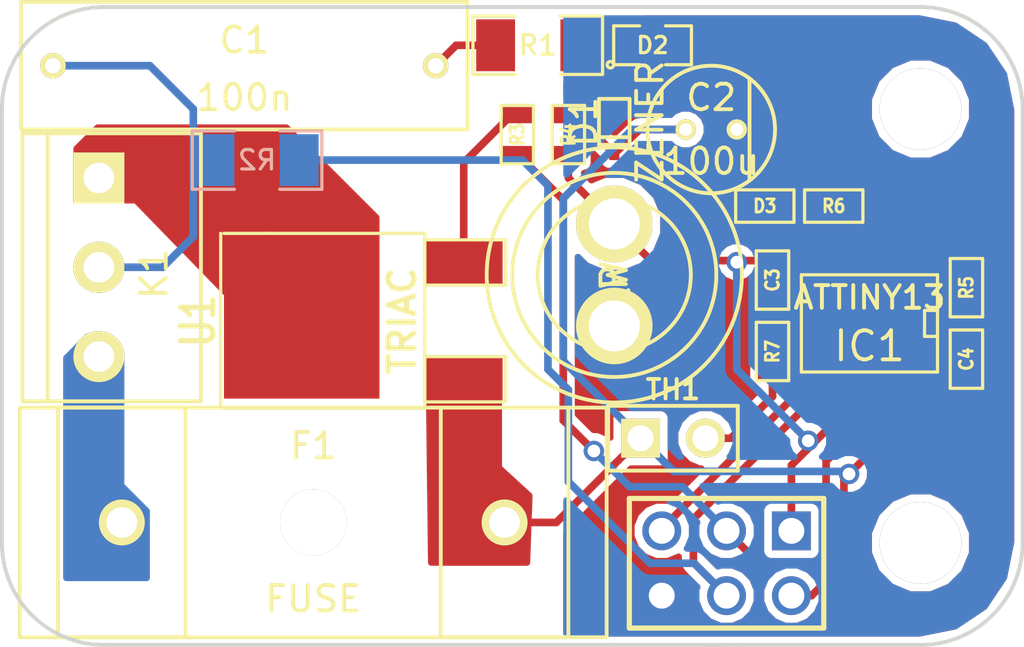
<source format=kicad_pcb>
(kicad_pcb (version 3) (host pcbnew "(2012-nov-02)-testing")

  (general
    (links 39)
    (no_connects 0)
    (area 32.924999 36.424999 75.486111 63.5196)
    (thickness 1.6)
    (drawings 8)
    (tracks 110)
    (zones 0)
    (modules 23)
    (nets 16)
  )

  (page A3)
  (layers
    (15 F.Cu signal)
    (0 B.Cu signal)
    (16 B.Adhes user)
    (17 F.Adhes user)
    (18 B.Paste user)
    (19 F.Paste user)
    (20 B.SilkS user)
    (21 F.SilkS user)
    (22 B.Mask user)
    (23 F.Mask user)
    (24 Dwgs.User user)
    (25 Cmts.User user)
    (26 Eco1.User user)
    (27 Eco2.User user)
    (28 Edge.Cuts user)
  )

  (setup
    (last_trace_width 0.3)
    (user_trace_width 1)
    (user_trace_width 3)
    (trace_clearance 0.3)
    (zone_clearance 0.25)
    (zone_45_only no)
    (trace_min 0.2)
    (segment_width 0.2)
    (edge_width 0.15)
    (via_size 0.8)
    (via_drill 0.5)
    (via_min_size 0.4)
    (via_min_drill 0.3)
    (uvia_size 0.508)
    (uvia_drill 0.127)
    (uvias_allowed no)
    (uvia_min_size 0.508)
    (uvia_min_drill 0.127)
    (pcb_text_width 0.3)
    (pcb_text_size 1 1)
    (mod_edge_width 0.15)
    (mod_text_size 1 1)
    (mod_text_width 0.15)
    (pad_size 1 1)
    (pad_drill 0.6)
    (pad_to_mask_clearance 0)
    (aux_axis_origin 33 62)
    (visible_elements 7FFFFFCF)
    (pcbplotparams
      (layerselection 268468225)
      (usegerberextensions true)
      (excludeedgelayer true)
      (linewidth 152400)
      (plotframeref false)
      (viasonmask false)
      (mode 1)
      (useauxorigin true)
      (hpglpennumber 1)
      (hpglpenspeed 20)
      (hpglpendiameter 15)
      (hpglpenoverlay 2)
      (psnegative false)
      (psa4output false)
      (plotreference true)
      (plotvalue true)
      (plotothertext true)
      (plotinvisibletext false)
      (padsonsilk false)
      (subtractmaskfromsilk false)
      (outputformat 1)
      (mirror false)
      (drillshape 0)
      (scaleselection 1)
      (outputdirectory gerb/))
  )

  (net 0 "")
  (net 1 /LED)
  (net 2 /SENSE)
  (net 3 /SW)
  (net 4 /THERM)
  (net 5 /TRIAC)
  (net 6 GND)
  (net 7 N-0000012)
  (net 8 N-0000013)
  (net 9 N-0000014)
  (net 10 N-0000015)
  (net 11 N-000002)
  (net 12 N-000003)
  (net 13 N-000007)
  (net 14 N-000008)
  (net 15 VCC)

  (net_class Default "This is the default net class."
    (clearance 0.3)
    (trace_width 0.3)
    (via_dia 0.8)
    (via_drill 0.5)
    (uvia_dia 0.508)
    (uvia_drill 0.127)
    (add_net "")
    (add_net /LED)
    (add_net /SENSE)
    (add_net /SW)
    (add_net /THERM)
    (add_net /TRIAC)
    (add_net GND)
    (add_net N-0000012)
    (add_net N-0000013)
    (add_net N-0000014)
    (add_net N-0000015)
    (add_net N-000002)
    (add_net N-000003)
    (add_net N-000007)
    (add_net N-000008)
    (add_net VCC)
  )

  (module SOD323 (layer F.Cu) (tedit 51222032) (tstamp 51222593)
    (at 57 41.5 90)
    (path /512222E2)
    (fp_text reference D1 (at 0 -1.2 90) (layer F.SilkS)
      (effects (font (size 1 1) (thickness 0.15)))
    )
    (fp_text value ZENER (at 0 1.4 90) (layer F.SilkS)
      (effects (font (size 1 1) (thickness 0.15)))
    )
    (fp_line (start -0.6 -0.6) (end -0.6 0.6) (layer F.SilkS) (width 0.15))
    (fp_line (start -0.9 -0.6) (end 0.9 -0.6) (layer F.SilkS) (width 0.15))
    (fp_line (start 0.9 -0.6) (end 0.9 0.6) (layer F.SilkS) (width 0.15))
    (fp_line (start 0.9 0.6) (end -0.9 0.6) (layer F.SilkS) (width 0.15))
    (fp_line (start -0.9 0.6) (end -0.9 -0.6) (layer F.SilkS) (width 0.15))
    (pad 1 smd rect (at -1.25 0 90) (size 0.5 0.4)
      (layers F.Cu F.Paste F.Mask)
      (net 15 VCC)
    )
    (pad 2 smd rect (at 1.25 0 90) (size 0.5 0.4)
      (layers F.Cu F.Paste F.Mask)
      (net 11 N-000002)
    )
  )

  (module FUSE_HOLDER_20x5mm (layer F.Cu) (tedit 5122253E) (tstamp 512225A5)
    (at 45.2 57.2)
    (tags 1271673)
    (path /5121F188)
    (fp_text reference F1 (at 0 -3) (layer F.SilkS)
      (effects (font (size 1 1) (thickness 0.15)))
    )
    (fp_text value FUSE (at 0 3) (layer F.SilkS)
      (effects (font (size 1 1) (thickness 0.15)))
    )
    (fp_line (start 10 -4.5) (end 10 4.5) (layer F.SilkS) (width 0.15))
    (fp_line (start 10 4.5) (end 5 4.5) (layer F.SilkS) (width 0.15))
    (fp_line (start 5 4.5) (end 5 -4.5) (layer F.SilkS) (width 0.15))
    (fp_line (start -10 -4.5) (end -5 -4.5) (layer F.SilkS) (width 0.15))
    (fp_line (start -5 -4.5) (end -5 4.5) (layer F.SilkS) (width 0.15))
    (fp_line (start -5 4.5) (end -10 4.5) (layer F.SilkS) (width 0.15))
    (fp_line (start -10 4.5) (end -10 -4.5) (layer F.SilkS) (width 0.15))
    (fp_line (start -11.5 -4.5) (end 11.5 -4.5) (layer F.SilkS) (width 0.15))
    (fp_line (start 11.5 -4.5) (end 11.5 4.5) (layer F.SilkS) (width 0.15))
    (fp_line (start 11.5 4.5) (end -11.5 4.5) (layer F.SilkS) (width 0.15))
    (fp_line (start -11.5 4.5) (end -11.5 -4.5) (layer F.SilkS) (width 0.15))
    (pad 1 thru_hole circle (at -7.5 0) (size 1.8 1.8) (drill 1.199999)
      (layers *.Cu *.Mask F.SilkS)
      (net 8 N-0000013)
    )
    (pad 2 thru_hole circle (at 7.5 0) (size 1.8 1.8) (drill 1.199999)
      (layers *.Cu *.Mask F.SilkS)
      (net 15 VCC)
    )
    (pad "" thru_hole circle (at 0 0) (size 2.6 2.6) (drill 2.6)
      (layers *.Cu *.Mask F.SilkS)
    )
  )

  (module DPAK (layer F.Cu) (tedit 451BAACE) (tstamp 512225B7)
    (at 51.1 49.3 90)
    (descr "MOS boitier DPACK G-D-S")
    (tags "CMD DPACK")
    (path /5121F026)
    (attr smd)
    (fp_text reference U1 (at 0 -10.414 90) (layer F.SilkS)
      (effects (font (size 1.27 1.016) (thickness 0.2032)))
    )
    (fp_text value TRIAC (at 0 -2.413 90) (layer F.SilkS)
      (effects (font (size 1.016 1.016) (thickness 0.2032)))
    )
    (fp_line (start 1.397 -1.524) (end 1.397 1.651) (layer F.SilkS) (width 0.127))
    (fp_line (start 1.397 1.651) (end 3.175 1.651) (layer F.SilkS) (width 0.127))
    (fp_line (start 3.175 1.651) (end 3.175 -1.524) (layer F.SilkS) (width 0.127))
    (fp_line (start -3.175 -1.524) (end -3.175 1.651) (layer F.SilkS) (width 0.127))
    (fp_line (start -3.175 1.651) (end -1.397 1.651) (layer F.SilkS) (width 0.127))
    (fp_line (start -1.397 1.651) (end -1.397 -1.524) (layer F.SilkS) (width 0.127))
    (fp_line (start 3.429 -7.62) (end 3.429 -1.524) (layer F.SilkS) (width 0.127))
    (fp_line (start 3.429 -1.524) (end -3.429 -1.524) (layer F.SilkS) (width 0.127))
    (fp_line (start -3.429 -1.524) (end -3.429 -9.398) (layer F.SilkS) (width 0.127))
    (fp_line (start -3.429 -9.525) (end 3.429 -9.525) (layer F.SilkS) (width 0.127))
    (fp_line (start 3.429 -9.398) (end 3.429 -7.62) (layer F.SilkS) (width 0.127))
    (pad 1 smd rect (at -2.286 0 90) (size 1.651 3.048)
      (layers F.Cu F.Paste F.Mask)
      (net 15 VCC)
    )
    (pad 2 smd rect (at 0 -6.35 90) (size 6.096 6.096)
      (layers F.Cu F.Paste F.Mask)
      (net 7 N-0000012)
    )
    (pad 3 smd rect (at 2.286 0 90) (size 1.651 3.048)
      (layers F.Cu F.Paste F.Mask)
      (net 14 N-000008)
    )
    (model smd/dpack_2.wrl
      (at (xyz 0 0 0))
      (scale (xyz 1 1 1))
      (rotate (xyz 0 0 0))
    )
  )

  (module CP_5mm (layer F.Cu) (tedit 51221DEF) (tstamp 512225BF)
    (at 60.8 41.8)
    (path /5121F489)
    (fp_text reference C2 (at 0 -1.25) (layer F.SilkS)
      (effects (font (size 1 1) (thickness 0.15)))
    )
    (fp_text value 100u (at 0 1.25) (layer F.SilkS)
      (effects (font (size 1 1) (thickness 0.15)))
    )
    (fp_line (start 1.5 -2) (end 1.5 2) (layer F.SilkS) (width 0.15))
    (fp_circle (center 0 0) (end 2.5 0) (layer F.SilkS) (width 0.15))
    (pad 1 thru_hole circle (at -1 0) (size 0.8 0.8) (drill 0.5)
      (layers *.Cu *.Mask F.SilkS)
      (net 15 VCC)
    )
    (pad 2 thru_hole circle (at 1 0) (size 0.8 0.8) (drill 0.5)
      (layers *.Cu *.Mask F.SilkS)
      (net 6 GND)
    )
  )

  (module conn_3x2 (layer F.Cu) (tedit 50EC97C7) (tstamp 512225CD)
    (at 61.4 58.8 180)
    (descr "Double rangee de contacts 2 x 4 pins")
    (tags CONN)
    (path /5121F296)
    (fp_text reference P1 (at 0 -3.81 180) (layer F.SilkS)
      (effects (font (size 1.016 1.016) (thickness 0.2032)))
    )
    (fp_text value CONN_3X2 (at 0 3.81 180) (layer F.SilkS) hide
      (effects (font (size 1.016 1.016) (thickness 0.2032)))
    )
    (fp_line (start 3.81 2.54) (end -3.81 2.54) (layer F.SilkS) (width 0.2032))
    (fp_line (start -3.81 -2.54) (end 3.81 -2.54) (layer F.SilkS) (width 0.2032))
    (fp_line (start 3.81 -2.54) (end 3.81 2.54) (layer F.SilkS) (width 0.2032))
    (fp_line (start -3.81 2.54) (end -3.81 -2.54) (layer F.SilkS) (width 0.2032))
    (pad 1 thru_hole rect (at -2.54 1.27 180) (size 1.524 1.524) (drill 1.016)
      (layers *.Cu *.Mask)
      (net 3 /SW)
    )
    (pad 2 thru_hole circle (at -2.54 -1.27 180) (size 1.524 1.524) (drill 1.016)
      (layers *.Cu *.Mask)
      (net 15 VCC)
    )
    (pad 3 thru_hole circle (at 0 1.27 180) (size 1.524 1.524) (drill 1.016)
      (layers *.Cu *.Mask)
      (net 5 /TRIAC)
    )
    (pad 4 thru_hole circle (at 0 -1.27 180) (size 1.524 1.524) (drill 1.016)
      (layers *.Cu *.Mask)
      (net 2 /SENSE)
    )
    (pad 5 thru_hole circle (at 2.54 1.27 180) (size 1.524 1.524) (drill 1.016)
      (layers *.Cu *.Mask)
      (net 10 N-0000015)
    )
    (pad 6 thru_hole circle (at 2.54 -1.27 180) (size 1.524 1.524) (drill 1.016)
      (layers *.Cu *.Mask)
      (net 6 GND)
    )
    (model pin_array/pins_array_3x2.wrl
      (at (xyz 0 0 0))
      (scale (xyz 1 1 1))
      (rotate (xyz 0 0 0))
    )
  )

  (module conn_3_3.5mm_screw (layer F.Cu) (tedit 5122124E) (tstamp 512225D9)
    (at 36.8 47.2 270)
    (descr "Connecteur 3 pins")
    (tags "CONN DEV")
    (path /5121F16C)
    (fp_text reference K1 (at 0.254 -2.159 270) (layer F.SilkS)
      (effects (font (size 1.016 1.016) (thickness 0.1524)))
    )
    (fp_text value CONN_3 (at 0 -2.159 270) (layer F.SilkS) hide
      (effects (font (size 1.016 1.016) (thickness 0.1524)))
    )
    (fp_line (start 5.25 2) (end -5.25 2) (layer F.SilkS) (width 0.15))
    (fp_line (start -5.25 -4) (end 5.25 -4) (layer F.SilkS) (width 0.15))
    (fp_line (start 5.25 -4) (end 5.25 3) (layer F.SilkS) (width 0.15))
    (fp_line (start 5.25 3) (end -5.25 3) (layer F.SilkS) (width 0.15))
    (fp_line (start -5.25 3) (end -5.25 -4) (layer F.SilkS) (width 0.15))
    (pad 1 thru_hole rect (at -3.5 0 270) (size 2 2) (drill 1.199999)
      (layers *.Cu *.Mask F.SilkS)
      (net 7 N-0000012)
    )
    (pad 2 thru_hole circle (at 0 0 270) (size 2 2) (drill 1.199999)
      (layers *.Cu *.Mask F.SilkS)
      (net 13 N-000007)
    )
    (pad 3 thru_hole circle (at 3.5 0 270) (size 2 2) (drill 1.199999)
      (layers *.Cu *.Mask F.SilkS)
      (net 8 N-0000013)
    )
    (model pin_array/pins_array_3x1.wrl
      (at (xyz 0 0 0))
      (scale (xyz 1 1 1))
      (rotate (xyz 0 0 0))
    )
  )

  (module conn_2 (layer F.Cu) (tedit 4565C520) (tstamp 512225E3)
    (at 59.3 53.9)
    (descr "Connecteurs 2 pins")
    (tags "CONN DEV")
    (path /5121F3DD)
    (fp_text reference TH1 (at 0 -1.905) (layer F.SilkS)
      (effects (font (size 0.762 0.762) (thickness 0.1524)))
    )
    (fp_text value THERMISTOR (at 0 -1.905) (layer F.SilkS) hide
      (effects (font (size 0.762 0.762) (thickness 0.1524)))
    )
    (fp_line (start -2.54 1.27) (end -2.54 -1.27) (layer F.SilkS) (width 0.1524))
    (fp_line (start -2.54 -1.27) (end 2.54 -1.27) (layer F.SilkS) (width 0.1524))
    (fp_line (start 2.54 -1.27) (end 2.54 1.27) (layer F.SilkS) (width 0.1524))
    (fp_line (start 2.54 1.27) (end -2.54 1.27) (layer F.SilkS) (width 0.1524))
    (pad 1 thru_hole rect (at -1.27 0) (size 1.524 1.524) (drill 1.016)
      (layers *.Cu *.Mask F.SilkS)
      (net 15 VCC)
    )
    (pad 2 thru_hole circle (at 1.27 0) (size 1.524 1.524) (drill 1.016)
      (layers *.Cu *.Mask F.SilkS)
      (net 4 /THERM)
    )
    (model pin_array/pins_array_2x1.wrl
      (at (xyz 0 0 0))
      (scale (xyz 1 1 1))
      (rotate (xyz 0 0 0))
    )
  )

  (module 1206 (layer F.Cu) (tedit 42806E24) (tstamp 512225F9)
    (at 54 38.5)
    (path /5121F449)
    (attr smd)
    (fp_text reference R1 (at 0 0) (layer F.SilkS)
      (effects (font (size 0.762 0.762) (thickness 0.127)))
    )
    (fp_text value 47 (at 0 0) (layer F.SilkS) hide
      (effects (font (size 0.762 0.762) (thickness 0.127)))
    )
    (fp_line (start -2.54 -1.143) (end -2.54 1.143) (layer F.SilkS) (width 0.127))
    (fp_line (start -2.54 1.143) (end -0.889 1.143) (layer F.SilkS) (width 0.127))
    (fp_line (start 0.889 -1.143) (end 2.54 -1.143) (layer F.SilkS) (width 0.127))
    (fp_line (start 2.54 -1.143) (end 2.54 1.143) (layer F.SilkS) (width 0.127))
    (fp_line (start 2.54 1.143) (end 0.889 1.143) (layer F.SilkS) (width 0.127))
    (fp_line (start -0.889 -1.143) (end -2.54 -1.143) (layer F.SilkS) (width 0.127))
    (pad 1 smd rect (at -1.651 0) (size 1.524 2.032)
      (layers F.Cu F.Paste F.Mask)
      (net 12 N-000003)
    )
    (pad 2 smd rect (at 1.651 0) (size 1.524 2.032)
      (layers F.Cu F.Paste F.Mask)
      (net 11 N-000002)
    )
    (model smd/chip_cms.wrl
      (at (xyz 0 0 0))
      (scale (xyz 0.17 0.16 0.16))
      (rotate (xyz 0 0 0))
    )
  )

  (module 0603 (layer F.Cu) (tedit 4E43A3D1) (tstamp 5122261F)
    (at 53.2 42 270)
    (path /5121F287)
    (attr smd)
    (fp_text reference R3 (at 0 0 270) (layer F.SilkS)
      (effects (font (size 0.508 0.4572) (thickness 0.1143)))
    )
    (fp_text value 47 (at 0 0 270) (layer F.SilkS) hide
      (effects (font (size 0.508 0.4572) (thickness 0.1143)))
    )
    (fp_line (start -1.143 -0.635) (end 1.143 -0.635) (layer F.SilkS) (width 0.127))
    (fp_line (start 1.143 -0.635) (end 1.143 0.635) (layer F.SilkS) (width 0.127))
    (fp_line (start 1.143 0.635) (end -1.143 0.635) (layer F.SilkS) (width 0.127))
    (fp_line (start -1.143 0.635) (end -1.143 -0.635) (layer F.SilkS) (width 0.127))
    (pad 1 smd rect (at -0.762 0 270) (size 0.635 1.143)
      (layers F.Cu F.Paste F.Mask)
      (net 14 N-000008)
    )
    (pad 2 smd rect (at 0.762 0 270) (size 0.635 1.143)
      (layers F.Cu F.Paste F.Mask)
      (net 5 /TRIAC)
    )
    (model smd\resistors\R0603.wrl
      (at (xyz 0 0 0.001))
      (scale (xyz 0.5 0.5 0.5))
      (rotate (xyz 0 0 0))
    )
  )

  (module 0603 (layer F.Cu) (tedit 4E43A3D1) (tstamp 51222629)
    (at 70.8 48 90)
    (path /5121F2E7)
    (attr smd)
    (fp_text reference R5 (at 0 0 90) (layer F.SilkS)
      (effects (font (size 0.508 0.4572) (thickness 0.1143)))
    )
    (fp_text value 100k (at 0 0 90) (layer F.SilkS) hide
      (effects (font (size 0.508 0.4572) (thickness 0.1143)))
    )
    (fp_line (start -1.143 -0.635) (end 1.143 -0.635) (layer F.SilkS) (width 0.127))
    (fp_line (start 1.143 -0.635) (end 1.143 0.635) (layer F.SilkS) (width 0.127))
    (fp_line (start 1.143 0.635) (end -1.143 0.635) (layer F.SilkS) (width 0.127))
    (fp_line (start -1.143 0.635) (end -1.143 -0.635) (layer F.SilkS) (width 0.127))
    (pad 1 smd rect (at -0.762 0 90) (size 0.635 1.143)
      (layers F.Cu F.Paste F.Mask)
      (net 15 VCC)
    )
    (pad 2 smd rect (at 0.762 0 90) (size 0.635 1.143)
      (layers F.Cu F.Paste F.Mask)
      (net 10 N-0000015)
    )
    (model smd\resistors\R0603.wrl
      (at (xyz 0 0 0.001))
      (scale (xyz 0.5 0.5 0.5))
      (rotate (xyz 0 0 0))
    )
  )

  (module 0603 (layer F.Cu) (tedit 4E43A3D1) (tstamp 51222633)
    (at 65.6 44.8 180)
    (path /5121F322)
    (attr smd)
    (fp_text reference R6 (at 0 0 180) (layer F.SilkS)
      (effects (font (size 0.508 0.4572) (thickness 0.1143)))
    )
    (fp_text value 1k (at 0 0 180) (layer F.SilkS) hide
      (effects (font (size 0.508 0.4572) (thickness 0.1143)))
    )
    (fp_line (start -1.143 -0.635) (end 1.143 -0.635) (layer F.SilkS) (width 0.127))
    (fp_line (start 1.143 -0.635) (end 1.143 0.635) (layer F.SilkS) (width 0.127))
    (fp_line (start 1.143 0.635) (end -1.143 0.635) (layer F.SilkS) (width 0.127))
    (fp_line (start -1.143 0.635) (end -1.143 -0.635) (layer F.SilkS) (width 0.127))
    (pad 1 smd rect (at -0.762 0 180) (size 0.635 1.143)
      (layers F.Cu F.Paste F.Mask)
      (net 1 /LED)
    )
    (pad 2 smd rect (at 0.762 0 180) (size 0.635 1.143)
      (layers F.Cu F.Paste F.Mask)
      (net 9 N-0000014)
    )
    (model smd\resistors\R0603.wrl
      (at (xyz 0 0 0.001))
      (scale (xyz 0.5 0.5 0.5))
      (rotate (xyz 0 0 0))
    )
  )

  (module 0603 (layer F.Cu) (tedit 4E43A3D1) (tstamp 5122263D)
    (at 70.8 50.8 90)
    (path /5121F20A)
    (attr smd)
    (fp_text reference C4 (at 0 0 90) (layer F.SilkS)
      (effects (font (size 0.508 0.4572) (thickness 0.1143)))
    )
    (fp_text value 100n (at 0 0 90) (layer F.SilkS) hide
      (effects (font (size 0.508 0.4572) (thickness 0.1143)))
    )
    (fp_line (start -1.143 -0.635) (end 1.143 -0.635) (layer F.SilkS) (width 0.127))
    (fp_line (start 1.143 -0.635) (end 1.143 0.635) (layer F.SilkS) (width 0.127))
    (fp_line (start 1.143 0.635) (end -1.143 0.635) (layer F.SilkS) (width 0.127))
    (fp_line (start -1.143 0.635) (end -1.143 -0.635) (layer F.SilkS) (width 0.127))
    (pad 1 smd rect (at -0.762 0 90) (size 0.635 1.143)
      (layers F.Cu F.Paste F.Mask)
      (net 15 VCC)
    )
    (pad 2 smd rect (at 0.762 0 90) (size 0.635 1.143)
      (layers F.Cu F.Paste F.Mask)
      (net 6 GND)
    )
    (model smd\resistors\R0603.wrl
      (at (xyz 0 0 0.001))
      (scale (xyz 0.5 0.5 0.5))
      (rotate (xyz 0 0 0))
    )
  )

  (module 0603 (layer F.Cu) (tedit 4E43A3D1) (tstamp 51222647)
    (at 63.2 47.7 270)
    (path /5121F36D)
    (attr smd)
    (fp_text reference C3 (at 0 0 270) (layer F.SilkS)
      (effects (font (size 0.508 0.4572) (thickness 0.1143)))
    )
    (fp_text value C (at 0 0 270) (layer F.SilkS) hide
      (effects (font (size 0.508 0.4572) (thickness 0.1143)))
    )
    (fp_line (start -1.143 -0.635) (end 1.143 -0.635) (layer F.SilkS) (width 0.127))
    (fp_line (start 1.143 -0.635) (end 1.143 0.635) (layer F.SilkS) (width 0.127))
    (fp_line (start 1.143 0.635) (end -1.143 0.635) (layer F.SilkS) (width 0.127))
    (fp_line (start -1.143 0.635) (end -1.143 -0.635) (layer F.SilkS) (width 0.127))
    (pad 1 smd rect (at -0.762 0 270) (size 0.635 1.143)
      (layers F.Cu F.Paste F.Mask)
      (net 3 /SW)
    )
    (pad 2 smd rect (at 0.762 0 270) (size 0.635 1.143)
      (layers F.Cu F.Paste F.Mask)
      (net 6 GND)
    )
    (model smd\resistors\R0603.wrl
      (at (xyz 0 0 0.001))
      (scale (xyz 0.5 0.5 0.5))
      (rotate (xyz 0 0 0))
    )
  )

  (module 0603 (layer F.Cu) (tedit 4E43A3D1) (tstamp 51222651)
    (at 55.2 42 270)
    (path /51220808)
    (attr smd)
    (fp_text reference R4 (at 0 0 270) (layer F.SilkS)
      (effects (font (size 0.508 0.4572) (thickness 0.1143)))
    )
    (fp_text value 100k (at 0 0 270) (layer F.SilkS) hide
      (effects (font (size 0.508 0.4572) (thickness 0.1143)))
    )
    (fp_line (start -1.143 -0.635) (end 1.143 -0.635) (layer F.SilkS) (width 0.127))
    (fp_line (start 1.143 -0.635) (end 1.143 0.635) (layer F.SilkS) (width 0.127))
    (fp_line (start 1.143 0.635) (end -1.143 0.635) (layer F.SilkS) (width 0.127))
    (fp_line (start -1.143 0.635) (end -1.143 -0.635) (layer F.SilkS) (width 0.127))
    (pad 1 smd rect (at -0.762 0 270) (size 0.635 1.143)
      (layers F.Cu F.Paste F.Mask)
      (net 15 VCC)
    )
    (pad 2 smd rect (at 0.762 0 270) (size 0.635 1.143)
      (layers F.Cu F.Paste F.Mask)
      (net 3 /SW)
    )
    (model smd\resistors\R0603.wrl
      (at (xyz 0 0 0.001))
      (scale (xyz 0.5 0.5 0.5))
      (rotate (xyz 0 0 0))
    )
  )

  (module 0603 (layer F.Cu) (tedit 4E43A3D1) (tstamp 5122265B)
    (at 63.2 50.5 90)
    (path /5121F3FB)
    (attr smd)
    (fp_text reference R7 (at 0 0 90) (layer F.SilkS)
      (effects (font (size 0.508 0.4572) (thickness 0.1143)))
    )
    (fp_text value 100k (at 0 0 90) (layer F.SilkS) hide
      (effects (font (size 0.508 0.4572) (thickness 0.1143)))
    )
    (fp_line (start -1.143 -0.635) (end 1.143 -0.635) (layer F.SilkS) (width 0.127))
    (fp_line (start 1.143 -0.635) (end 1.143 0.635) (layer F.SilkS) (width 0.127))
    (fp_line (start 1.143 0.635) (end -1.143 0.635) (layer F.SilkS) (width 0.127))
    (fp_line (start -1.143 0.635) (end -1.143 -0.635) (layer F.SilkS) (width 0.127))
    (pad 1 smd rect (at -0.762 0 90) (size 0.635 1.143)
      (layers F.Cu F.Paste F.Mask)
      (net 4 /THERM)
    )
    (pad 2 smd rect (at 0.762 0 90) (size 0.635 1.143)
      (layers F.Cu F.Paste F.Mask)
      (net 6 GND)
    )
    (model smd\resistors\R0603.wrl
      (at (xyz 0 0 0.001))
      (scale (xyz 0.5 0.5 0.5))
      (rotate (xyz 0 0 0))
    )
  )

  (module SO8E (layer F.Cu) (tedit 4F33A5C7) (tstamp 51222679)
    (at 67 49.4 180)
    (descr "module CMS SOJ 8 pins etroit")
    (tags "CMS SOJ")
    (path /5121F1DD)
    (attr smd)
    (fp_text reference IC1 (at 0 -0.889 180) (layer F.SilkS)
      (effects (font (size 1.143 1.143) (thickness 0.1524)))
    )
    (fp_text value ATTINY13 (at 0 1.016 180) (layer F.SilkS)
      (effects (font (size 0.889 0.889) (thickness 0.1524)))
    )
    (fp_line (start -2.667 1.778) (end -2.667 1.905) (layer F.SilkS) (width 0.127))
    (fp_line (start -2.667 1.905) (end 2.667 1.905) (layer F.SilkS) (width 0.127))
    (fp_line (start 2.667 -1.905) (end -2.667 -1.905) (layer F.SilkS) (width 0.127))
    (fp_line (start -2.667 -1.905) (end -2.667 1.778) (layer F.SilkS) (width 0.127))
    (fp_line (start -2.667 -0.508) (end -2.159 -0.508) (layer F.SilkS) (width 0.127))
    (fp_line (start -2.159 -0.508) (end -2.159 0.508) (layer F.SilkS) (width 0.127))
    (fp_line (start -2.159 0.508) (end -2.667 0.508) (layer F.SilkS) (width 0.127))
    (fp_line (start 2.667 -1.905) (end 2.667 1.905) (layer F.SilkS) (width 0.127))
    (pad 8 smd rect (at -1.905 -2.667 180) (size 0.59944 1.39954)
      (layers F.Cu F.Paste F.Mask)
      (net 15 VCC)
    )
    (pad 1 smd rect (at -1.905 2.667 180) (size 0.59944 1.39954)
      (layers F.Cu F.Paste F.Mask)
      (net 10 N-0000015)
    )
    (pad 7 smd rect (at -0.635 -2.667 180) (size 0.59944 1.39954)
      (layers F.Cu F.Paste F.Mask)
      (net 5 /TRIAC)
    )
    (pad 6 smd rect (at 0.635 -2.667 180) (size 0.59944 1.39954)
      (layers F.Cu F.Paste F.Mask)
      (net 3 /SW)
    )
    (pad 5 smd rect (at 1.905 -2.667 180) (size 0.59944 1.39954)
      (layers F.Cu F.Paste F.Mask)
      (net 2 /SENSE)
    )
    (pad 2 smd rect (at -0.635 2.667 180) (size 0.59944 1.39954)
      (layers F.Cu F.Paste F.Mask)
      (net 4 /THERM)
    )
    (pad 3 smd rect (at 0.635 2.667 180) (size 0.59944 1.39954)
      (layers F.Cu F.Paste F.Mask)
      (net 1 /LED)
    )
    (pad 4 smd rect (at 1.905 2.667 180) (size 0.59944 1.39954)
      (layers F.Cu F.Paste F.Mask)
      (net 6 GND)
    )
    (model smd/cms_so8.wrl
      (at (xyz 0 0 0))
      (scale (xyz 0.5 0.32 0.5))
      (rotate (xyz 0 0 0))
    )
  )

  (module switch_R13 (layer F.Cu) (tedit 512225A8) (tstamp 5122284D)
    (at 57 47.5 270)
    (path /5121F35E)
    (fp_text reference SW1 (at 0 0 270) (layer F.SilkS)
      (effects (font (size 1 1) (thickness 0.15)))
    )
    (fp_text value SW_PUSH (at 0 0 270) (layer F.SilkS)
      (effects (font (size 1 1) (thickness 0.15)))
    )
    (fp_circle (center 0 0) (end 3 0) (layer F.SilkS) (width 0.15))
    (fp_circle (center 0 0) (end 4 0) (layer F.SilkS) (width 0.15))
    (fp_circle (center 0 0) (end 5 0) (layer F.SilkS) (width 0.15))
    (pad 1 thru_hole circle (at -2 0 270) (size 3 3) (drill 2)
      (layers *.Cu *.Mask F.SilkS)
      (net 3 /SW)
    )
    (pad 2 thru_hole circle (at 2 0 270) (size 3 3) (drill 2)
      (layers *.Cu *.Mask F.SilkS)
      (net 6 GND)
    )
  )

  (module 0603 (layer F.Cu) (tedit 4E43A3D1) (tstamp 51222615)
    (at 62.9 44.8 180)
    (path /5121F313)
    (attr smd)
    (fp_text reference D3 (at 0 0 180) (layer F.SilkS)
      (effects (font (size 0.508 0.4572) (thickness 0.1143)))
    )
    (fp_text value LED (at 0 0 180) (layer F.SilkS) hide
      (effects (font (size 0.508 0.4572) (thickness 0.1143)))
    )
    (fp_line (start -1.143 -0.635) (end 1.143 -0.635) (layer F.SilkS) (width 0.127))
    (fp_line (start 1.143 -0.635) (end 1.143 0.635) (layer F.SilkS) (width 0.127))
    (fp_line (start 1.143 0.635) (end -1.143 0.635) (layer F.SilkS) (width 0.127))
    (fp_line (start -1.143 0.635) (end -1.143 -0.635) (layer F.SilkS) (width 0.127))
    (pad 1 smd rect (at -0.762 0 180) (size 0.635 1.143)
      (layers F.Cu F.Paste F.Mask)
      (net 9 N-0000014)
    )
    (pad 2 smd rect (at 0.762 0 180) (size 0.635 1.143)
      (layers F.Cu F.Paste F.Mask)
      (net 6 GND)
    )
    (model smd\resistors\R0603.wrl
      (at (xyz 0 0 0.001))
      (scale (xyz 0.5 0.5 0.5))
      (rotate (xyz 0 0 0))
    )
  )

  (module C_5x17.5mm_15 (layer F.Cu) (tedit 51223151) (tstamp 512225ED)
    (at 42.5 39.3)
    (path /5121F45C)
    (fp_text reference C1 (at 0 -1) (layer F.SilkS)
      (effects (font (size 1 1) (thickness 0.15)))
    )
    (fp_text value 100n (at 0 1.25) (layer F.SilkS)
      (effects (font (size 1 1) (thickness 0.15)))
    )
    (fp_line (start -8.75 -2.5) (end 8.75 -2.5) (layer F.SilkS) (width 0.15))
    (fp_line (start 8.75 -2.5) (end 8.75 2.5) (layer F.SilkS) (width 0.15))
    (fp_line (start 8.75 2.5) (end -8.75 2.5) (layer F.SilkS) (width 0.15))
    (fp_line (start -8.75 2.5) (end -8.75 -2.5) (layer F.SilkS) (width 0.15))
    (pad 1 thru_hole circle (at -7.5 0) (size 1 1) (drill 0.599998)
      (layers *.Cu *.Mask F.SilkS)
      (net 13 N-000007)
    )
    (pad 2 thru_hole circle (at 7.5 0) (size 1 1) (drill 0.599998)
      (layers *.Cu *.Mask F.SilkS)
      (net 12 N-000003)
    )
  )

  (module 0805 (layer F.Cu) (tedit 42806E04) (tstamp 51222588)
    (at 58.5 38.5)
    (path /512222D3)
    (attr smd)
    (fp_text reference D2 (at 0 0) (layer F.SilkS)
      (effects (font (size 0.635 0.635) (thickness 0.127)))
    )
    (fp_text value DIODE (at 0 0) (layer F.SilkS) hide
      (effects (font (size 0.635 0.635) (thickness 0.127)))
    )
    (fp_circle (center -1.651 0.762) (end -1.651 0.635) (layer F.SilkS) (width 0.127))
    (fp_line (start -0.508 0.762) (end -1.524 0.762) (layer F.SilkS) (width 0.127))
    (fp_line (start -1.524 0.762) (end -1.524 -0.762) (layer F.SilkS) (width 0.127))
    (fp_line (start -1.524 -0.762) (end -0.508 -0.762) (layer F.SilkS) (width 0.127))
    (fp_line (start 0.508 -0.762) (end 1.524 -0.762) (layer F.SilkS) (width 0.127))
    (fp_line (start 1.524 -0.762) (end 1.524 0.762) (layer F.SilkS) (width 0.127))
    (fp_line (start 1.524 0.762) (end 0.508 0.762) (layer F.SilkS) (width 0.127))
    (pad 1 smd rect (at -0.9525 0) (size 0.889 1.397)
      (layers F.Cu F.Paste F.Mask)
      (net 11 N-000002)
    )
    (pad 2 smd rect (at 0.9525 0) (size 0.889 1.397)
      (layers F.Cu F.Paste F.Mask)
      (net 6 GND)
    )
    (model smd/chip_cms.wrl
      (at (xyz 0 0 0))
      (scale (xyz 0.1 0.1 0.1))
      (rotate (xyz 0 0 0))
    )
  )

  (module 1206 (layer B.Cu) (tedit 42806E24) (tstamp 51223826)
    (at 43 43)
    (path /51220646)
    (attr smd)
    (fp_text reference R2 (at 0 0) (layer B.SilkS)
      (effects (font (size 0.762 0.762) (thickness 0.127)) (justify mirror))
    )
    (fp_text value 1M (at 0 0) (layer B.SilkS) hide
      (effects (font (size 0.762 0.762) (thickness 0.127)) (justify mirror))
    )
    (fp_line (start -2.54 1.143) (end -2.54 -1.143) (layer B.SilkS) (width 0.127))
    (fp_line (start -2.54 -1.143) (end -0.889 -1.143) (layer B.SilkS) (width 0.127))
    (fp_line (start 0.889 1.143) (end 2.54 1.143) (layer B.SilkS) (width 0.127))
    (fp_line (start 2.54 1.143) (end 2.54 -1.143) (layer B.SilkS) (width 0.127))
    (fp_line (start 2.54 -1.143) (end 0.889 -1.143) (layer B.SilkS) (width 0.127))
    (fp_line (start -0.889 1.143) (end -2.54 1.143) (layer B.SilkS) (width 0.127))
    (pad 1 smd rect (at -1.651 0) (size 1.524 2.032)
      (layers B.Cu B.Paste B.Mask)
      (net 13 N-000007)
    )
    (pad 2 smd rect (at 1.651 0) (size 1.524 2.032)
      (layers B.Cu B.Paste B.Mask)
      (net 2 /SENSE)
    )
    (model smd/chip_cms.wrl
      (at (xyz 0 0 0))
      (scale (xyz 0.17 0.16 0.16))
      (rotate (xyz 0 0 0))
    )
  )

  (module drill_3.2mm (layer F.Cu) (tedit 50ECACE6) (tstamp 51223865)
    (at 69 41)
    (fp_text reference drill_3.2mm (at 0 -2.54) (layer F.SilkS) hide
      (effects (font (size 1 1) (thickness 0.15)))
    )
    (fp_text value VAL** (at 0 2.54) (layer F.SilkS) hide
      (effects (font (size 1 1) (thickness 0.15)))
    )
    (pad "" thru_hole circle (at 0 0) (size 3.2 3.2) (drill 3.2)
      (layers *.Cu)
    )
  )

  (module drill_3.2mm (layer F.Cu) (tedit 50ECACE6) (tstamp 5122386E)
    (at 69 58)
    (fp_text reference drill_3.2mm (at 0 -2.54) (layer F.SilkS) hide
      (effects (font (size 1 1) (thickness 0.15)))
    )
    (fp_text value VAL** (at 0 2.54) (layer F.SilkS) hide
      (effects (font (size 1 1) (thickness 0.15)))
    )
    (pad "" thru_hole circle (at 0 0) (size 3.2 3.2) (drill 3.2)
      (layers *.Cu)
    )
  )

  (gr_line (start 37 37) (end 69 37) (angle 90) (layer Edge.Cuts) (width 0.15))
  (gr_line (start 69 62) (end 37 62) (angle 90) (layer Edge.Cuts) (width 0.15))
  (gr_line (start 73 41) (end 73 58) (angle 90) (layer Edge.Cuts) (width 0.15))
  (gr_arc (start 69 41) (end 69 37) (angle 90) (layer Edge.Cuts) (width 0.15))
  (gr_arc (start 69 58) (end 73 58) (angle 90) (layer Edge.Cuts) (width 0.15))
  (gr_line (start 33 41) (end 33 58) (angle 90) (layer Edge.Cuts) (width 0.15))
  (gr_arc (start 37 58) (end 37 62) (angle 90) (layer Edge.Cuts) (width 0.15))
  (gr_arc (start 37 41) (end 33 41) (angle 90) (layer Edge.Cuts) (width 0.15))

  (segment (start 66.362 44.8) (end 66.362 45.838) (width 0.3) (layer F.Cu) (net 1))
  (segment (start 66.365 45.841) (end 66.365 46.733) (width 0.3) (layer F.Cu) (net 1) (tstamp 512239A0))
  (segment (start 66.362 45.838) (end 66.365 45.841) (width 0.3) (layer F.Cu) (net 1) (tstamp 5122399F))
  (segment (start 61.4 60.07) (end 60.13 58.8) (width 0.3) (layer B.Cu) (net 2))
  (segment (start 53.4 43) (end 44.651 43) (width 0.3) (layer B.Cu) (net 2) (tstamp 51223A5F))
  (segment (start 54.4 44) (end 53.4 43) (width 0.3) (layer B.Cu) (net 2) (tstamp 51223A5A))
  (segment (start 54.4 51.2) (end 54.4 44) (width 0.3) (layer B.Cu) (net 2) (tstamp 51223A54))
  (segment (start 55.2 52) (end 54.4 51.2) (width 0.3) (layer B.Cu) (net 2) (tstamp 51223A52))
  (segment (start 55.2 55.6) (end 55.2 52) (width 0.3) (layer B.Cu) (net 2) (tstamp 51223A4D))
  (segment (start 58.4 58.8) (end 55.2 55.6) (width 0.3) (layer B.Cu) (net 2) (tstamp 51223A4A))
  (segment (start 60.13 58.8) (end 58.4 58.8) (width 0.3) (layer B.Cu) (net 2) (tstamp 51223A46))
  (segment (start 61.4 60.07) (end 60.1 58.77) (width 0.3) (layer F.Cu) (net 2))
  (segment (start 60.1 57.062) (end 65.095 52.067) (width 0.3) (layer F.Cu) (net 2) (tstamp 512238A8))
  (segment (start 60.1 58.77) (end 60.1 57.062) (width 0.3) (layer F.Cu) (net 2) (tstamp 512238A6))
  (segment (start 64.6 54) (end 61.8 51.2) (width 0.3) (layer B.Cu) (net 3))
  (segment (start 64.55 54.05) (end 64.6 54) (width 0.3) (layer F.Cu) (net 3) (tstamp 51223A1F))
  (via (at 64.6 54) (size 0.8) (layers F.Cu B.Cu) (net 3))
  (segment (start 64.55 54.35) (end 64.55 54.05) (width 0.3) (layer F.Cu) (net 3))
  (via (at 61.8 47) (size 0.8) (layers F.Cu B.Cu) (net 3))
  (segment (start 61.8 51.2) (end 61.8 47) (width 0.3) (layer B.Cu) (net 3) (tstamp 51223B21))
  (segment (start 61.8 47) (end 61.8 46.938) (width 0.3) (layer F.Cu) (net 3) (tstamp 51223B2A))
  (segment (start 61.8 46.938) (end 61.8 47) (width 0.3) (layer F.Cu) (net 3) (tstamp 51223B2B))
  (segment (start 61.8 47) (end 61.8 46.938) (width 0.3) (layer F.Cu) (net 3) (tstamp 51223B2D))
  (segment (start 63.94 57.53) (end 63.94 54.96) (width 0.3) (layer F.Cu) (net 3))
  (segment (start 66.365 52.535) (end 66.365 52.067) (width 0.3) (layer F.Cu) (net 3) (tstamp 512238AF))
  (segment (start 63.94 54.96) (end 64.55 54.35) (width 0.3) (layer F.Cu) (net 3) (tstamp 512238AD))
  (segment (start 64.55 54.35) (end 66.365 52.535) (width 0.3) (layer F.Cu) (net 3) (tstamp 51223A1D))
  (segment (start 63.2 46.938) (end 61.8 46.938) (width 0.3) (layer F.Cu) (net 3))
  (segment (start 61.8 46.938) (end 58.438 46.938) (width 0.3) (layer F.Cu) (net 3) (tstamp 51223B2E))
  (segment (start 58.438 46.938) (end 57 45.5) (width 0.3) (layer F.Cu) (net 3) (tstamp 51223998))
  (segment (start 55.2 42.762) (end 55.2 43.7) (width 0.3) (layer F.Cu) (net 3))
  (segment (start 55.2 43.7) (end 57 45.5) (width 0.3) (layer F.Cu) (net 3) (tstamp 51223521))
  (segment (start 63.2 51.262) (end 63.2 52.26494) (width 0.3) (layer F.Cu) (net 4))
  (segment (start 61.56494 53.9) (end 60.57 53.9) (width 0.3) (layer F.Cu) (net 4) (tstamp 5122398F))
  (segment (start 63.2 52.26494) (end 61.56494 53.9) (width 0.3) (layer F.Cu) (net 4) (tstamp 5122398E))
  (segment (start 63.2 51.262) (end 63.238 51.262) (width 0.3) (layer F.Cu) (net 4))
  (segment (start 67.635 47.565) (end 67.635 46.733) (width 0.3) (layer F.Cu) (net 4) (tstamp 5122398B))
  (segment (start 66.5 48.7) (end 67.635 47.565) (width 0.3) (layer F.Cu) (net 4) (tstamp 5122398A))
  (segment (start 65.8 48.7) (end 66.5 48.7) (width 0.3) (layer F.Cu) (net 4) (tstamp 51223989))
  (segment (start 63.238 51.262) (end 65.8 48.7) (width 0.3) (layer F.Cu) (net 4) (tstamp 51223988))
  (segment (start 55 51.8) (end 55 53.2) (width 0.3) (layer F.Cu) (net 5))
  (segment (start 55 44.562) (end 55 51.8) (width 0.3) (layer F.Cu) (net 5) (tstamp 51254577))
  (segment (start 53.2 42.762) (end 55 44.562) (width 0.3) (layer F.Cu) (net 5) (status 400000))
  (segment (start 59.670002 55.800002) (end 61.4 57.53) (width 0.3) (layer B.Cu) (net 5) (tstamp 512545C1) (status 800000))
  (segment (start 57.600002 55.800002) (end 59.670002 55.800002) (width 0.3) (layer B.Cu) (net 5) (tstamp 512545B4))
  (segment (start 56.2 54.4) (end 57.600002 55.800002) (width 0.3) (layer B.Cu) (net 5) (tstamp 512545B3))
  (via (at 56.2 54.4) (size 0.8) (layers F.Cu B.Cu) (net 5))
  (segment (start 55 53.2) (end 56.2 54.4) (width 0.3) (layer F.Cu) (net 5) (tstamp 512545A6))
  (segment (start 61.4 57.53) (end 62.67 58.8) (width 0.3) (layer F.Cu) (net 5))
  (segment (start 67.635 52.465) (end 67.635 52.067) (width 0.3) (layer F.Cu) (net 5) (tstamp 512238B8))
  (segment (start 65.3 54.8) (end 67.635 52.465) (width 0.3) (layer F.Cu) (net 5) (tstamp 512238B6))
  (segment (start 65.3 58.5) (end 65.3 54.8) (width 0.3) (layer F.Cu) (net 5) (tstamp 512238B5))
  (segment (start 65 58.8) (end 65.3 58.5) (width 0.3) (layer F.Cu) (net 5) (tstamp 512238B4))
  (segment (start 62.67 58.8) (end 65 58.8) (width 0.3) (layer F.Cu) (net 5) (tstamp 512238B2))
  (segment (start 44.75 49.3) (end 39.15 43.7) (width 0.3) (layer F.Cu) (net 7))
  (segment (start 39.15 43.7) (end 36.8 43.7) (width 0.3) (layer F.Cu) (net 7) (tstamp 5122385D))
  (segment (start 63.662 44.8) (end 64.838 44.8) (width 0.3) (layer F.Cu) (net 9))
  (segment (start 70.8 47.238) (end 69.41 47.238) (width 0.3) (layer F.Cu) (net 10))
  (segment (start 69.41 47.238) (end 68.905 46.733) (width 0.3) (layer F.Cu) (net 10) (tstamp 51223949))
  (segment (start 58.86 57.53) (end 58.86 57.45347) (width 0.3) (layer F.Cu) (net 10))
  (segment (start 68.905 47.195) (end 68.905 46.733) (width 0.3) (layer F.Cu) (net 10) (tstamp 51223946))
  (segment (start 66.7 49.4) (end 68.905 47.195) (width 0.3) (layer F.Cu) (net 10) (tstamp 51223945))
  (segment (start 66 49.4) (end 66.7 49.4) (width 0.3) (layer F.Cu) (net 10) (tstamp 51223943))
  (segment (start 64.3 51.1) (end 66 49.4) (width 0.3) (layer F.Cu) (net 10) (tstamp 51223942))
  (segment (start 64.3 52.01347) (end 64.3 51.1) (width 0.3) (layer F.Cu) (net 10) (tstamp 51223941))
  (segment (start 58.86 57.45347) (end 64.3 52.01347) (width 0.3) (layer F.Cu) (net 10) (tstamp 51223940))
  (segment (start 57 40.25) (end 57 38.5) (width 0.3) (layer F.Cu) (net 11))
  (segment (start 57 38.5) (end 57 38.6) (width 0.3) (layer F.Cu) (net 11) (tstamp 51223513))
  (segment (start 57 38.6) (end 57 38.5) (width 0.3) (layer F.Cu) (net 11) (tstamp 51223515))
  (segment (start 55.651 38.5) (end 57 38.5) (width 0.3) (layer F.Cu) (net 11))
  (segment (start 57 38.5) (end 57.5475 38.5) (width 0.3) (layer F.Cu) (net 11) (tstamp 51223516))
  (segment (start 52.349 38.5) (end 50.8 38.5) (width 0.3) (layer F.Cu) (net 12))
  (segment (start 50.8 38.5) (end 50 39.3) (width 0.3) (layer F.Cu) (net 12) (tstamp 5122350E))
  (segment (start 41.238 43) (end 40.5 43) (width 0.3) (layer B.Cu) (net 13) (status 20))
  (segment (start 40.5 43) (end 40.6 43) (width 0.3) (layer B.Cu) (net 13) (tstamp 512237FD) (status 30))
  (segment (start 40.6 43) (end 40.5 43) (width 0.3) (layer B.Cu) (net 13) (tstamp 512237FF) (status 30))
  (segment (start 36.8 47.2) (end 39.3 47.2) (width 0.3) (layer B.Cu) (net 13))
  (segment (start 38.8 39.3) (end 35 39.3) (width 0.3) (layer B.Cu) (net 13) (tstamp 51223341))
  (segment (start 40.5 41) (end 38.8 39.3) (width 0.3) (layer B.Cu) (net 13) (tstamp 5122333F))
  (segment (start 40.5 46) (end 40.5 43) (width 0.3) (layer B.Cu) (net 13) (tstamp 5122333D) (status 20))
  (segment (start 40.5 43) (end 40.5 41) (width 0.3) (layer B.Cu) (net 13) (tstamp 51223800) (status 10))
  (segment (start 39.3 47.2) (end 40.5 46) (width 0.3) (layer B.Cu) (net 13) (tstamp 5122333B))
  (segment (start 51.1 47.014) (end 51.1 43.1) (width 0.3) (layer F.Cu) (net 14))
  (segment (start 52.962 41.238) (end 53.2 41.238) (width 0.3) (layer F.Cu) (net 14) (tstamp 5122350A))
  (segment (start 51.1 43.1) (end 52.962 41.238) (width 0.3) (layer F.Cu) (net 14) (tstamp 51223508))
  (segment (start 52.7 57.2) (end 54.73 57.2) (width 0.3) (layer F.Cu) (net 15) (status 400000))
  (segment (start 54.73 57.2) (end 58.03 53.9) (width 0.3) (layer F.Cu) (net 15) (tstamp 5125459F) (status 800000))
  (segment (start 58.03 53.9) (end 55.000002 50.870002) (width 0.3) (layer B.Cu) (net 15))
  (segment (start 57.7 41.8) (end 59.8 41.8) (width 0.3) (layer B.Cu) (net 15) (tstamp 5124D127))
  (segment (start 55.000002 44.499998) (end 57.7 41.8) (width 0.3) (layer B.Cu) (net 15) (tstamp 5124D11F))
  (segment (start 55.000002 50.870002) (end 55.000002 44.499998) (width 0.3) (layer B.Cu) (net 15) (tstamp 5124D116))
  (segment (start 58.03 53.9) (end 59.33 55.2) (width 0.3) (layer B.Cu) (net 15))
  (segment (start 59.33 55.2) (end 66.1 55.2) (width 0.3) (layer B.Cu) (net 15) (tstamp 51223954))
  (segment (start 66.1 55.2) (end 66.2 55.3) (width 0.3) (layer B.Cu) (net 15) (tstamp 51223956))
  (via (at 66.2 55.3) (size 0.8) (layers F.Cu B.Cu) (net 15))
  (segment (start 69.41 51.562) (end 68.905 52.067) (width 0.3) (layer F.Cu) (net 15) (tstamp 51223950))
  (segment (start 70.8 51.562) (end 69.41 51.562) (width 0.3) (layer F.Cu) (net 15))
  (segment (start 70.8 48.762) (end 69.738 48.762) (width 0.3) (layer F.Cu) (net 15))
  (segment (start 68.905 49.595) (end 68.905 52.067) (width 0.3) (layer F.Cu) (net 15) (tstamp 5122394D))
  (segment (start 69.738 48.762) (end 68.905 49.595) (width 0.3) (layer F.Cu) (net 15) (tstamp 5122394C))
  (segment (start 63.94 60.07) (end 64.73 60.07) (width 0.3) (layer F.Cu) (net 15))
  (segment (start 64.73 60.07) (end 66 58.8) (width 0.3) (layer F.Cu) (net 15) (tstamp 512238BB))
  (segment (start 66 58.8) (end 66 55.5) (width 0.3) (layer F.Cu) (net 15) (tstamp 512238BC))
  (segment (start 66 55.5) (end 66.2 55.3) (width 0.3) (layer F.Cu) (net 15) (tstamp 512238BE))
  (segment (start 68.905 52.595) (end 68.905 52.067) (width 0.3) (layer F.Cu) (net 15) (tstamp 512238C0))
  (segment (start 66.2 55.3) (end 68.905 52.595) (width 0.3) (layer F.Cu) (net 15) (tstamp 5122395A))
  (segment (start 59.8 41.8) (end 58 41.8) (width 0.3) (layer F.Cu) (net 15) (status 10))
  (segment (start 58 41.8) (end 57 42.75) (width 0.3) (layer F.Cu) (net 15) (tstamp 5122351D))
  (segment (start 55.2 41.238) (end 55.488 41.238) (width 0.3) (layer F.Cu) (net 15))
  (segment (start 55.488 41.238) (end 57 42.75) (width 0.3) (layer F.Cu) (net 15) (tstamp 51223519))

  (zone (net 8) (net_name N-0000013) (layer B.Cu) (tstamp 51222E39) (hatch edge 0.508)
    (connect_pads yes (clearance 0.25))
    (min_thickness 0.25)
    (fill (arc_segments 16) (thermal_gap 0.20066) (thermal_bridge_width 0.39878))
    (polygon
      (pts
        (xy 37.8 50.7) (xy 37.8 55.7) (xy 38.8 56.7) (xy 38.8 59.5) (xy 35.4 59.5)
        (xy 35.4 50.7) (xy 36.3 49.8) (xy 36.9 49.8)
      )
    )
    (filled_polygon
      (pts
        (xy 38.675 59.375) (xy 35.525 59.375) (xy 35.525 50.751777) (xy 36.351777 49.925) (xy 36.848223 49.925)
        (xy 37.675 50.751777) (xy 37.675 55.751777) (xy 38.675 56.751777) (xy 38.675 59.375)
      )
    )
  )
  (zone (net 7) (net_name N-0000012) (layer F.Cu) (tstamp 51222E64) (hatch edge 0.508)
    (connect_pads yes (clearance 0.25))
    (min_thickness 0.25)
    (fill (arc_segments 16) (thermal_gap 0.20066) (thermal_bridge_width 0.39878))
    (polygon
      (pts
        (xy 35.8 44.7) (xy 38.2 44.7) (xy 41.7 48.3) (xy 47.8 48.4) (xy 47.8 45.2)
        (xy 44.2 41.6) (xy 36.7 41.6) (xy 35.8 42.5)
      )
    )
    (filled_polygon
      (pts
        (xy 47.675 48.272934) (xy 41.75365 48.175863) (xy 38.252811 44.575) (xy 35.925 44.575) (xy 35.925 42.551777)
        (xy 36.751777 41.725) (xy 44.148223 41.725) (xy 47.675 45.251777) (xy 47.675 48.272934)
      )
    )
  )
  (zone (net 15) (net_name VCC) (layer F.Cu) (tstamp 51222E9C) (hatch edge 0.508)
    (connect_pads yes (clearance 0.25))
    (min_thickness 0.25)
    (fill (arc_segments 16) (thermal_gap 0.20066) (thermal_bridge_width 0.39878))
    (polygon
      (pts
        (xy 52.6 50.8) (xy 52.6 55) (xy 53.8 56.1) (xy 53.7 58.9) (xy 49.7 58.9)
        (xy 49.6 50.8)
      )
    )
    (filled_polygon
      (pts
        (xy 53.673021 56.153174) (xy 53.579385 58.775) (xy 49.823466 58.775) (xy 49.726553 50.925) (xy 52.475 50.925)
        (xy 52.475 55.054988) (xy 53.673021 56.153174)
      )
    )
  )
  (zone (net 6) (net_name GND) (layer F.Cu) (tstamp 51223992) (hatch edge 0.508)
    (connect_pads yes (clearance 0.25))
    (min_thickness 0.25)
    (fill (arc_segments 16) (thermal_gap 0.20066) (thermal_bridge_width 0.39878))
    (polygon
      (pts
        (xy 73 37) (xy 73 62) (xy 55 62) (xy 55 37)
      )
    )
    (filled_polygon
      (pts
        (xy 72.55 57.962431) (xy 72.271082 59.358273) (xy 71.796573 60.067086) (xy 71.796573 51.795333) (xy 71.796573 51.160333)
        (xy 71.732007 51.004071) (xy 71.612557 50.884413) (xy 71.456408 50.819574) (xy 71.287333 50.819427) (xy 70.144333 50.819427)
        (xy 69.988071 50.883993) (xy 69.884884 50.987) (xy 69.48 50.987) (xy 69.48 49.833172) (xy 69.930563 49.382608)
        (xy 69.987443 49.439587) (xy 70.143592 49.504426) (xy 70.312667 49.504573) (xy 71.455667 49.504573) (xy 71.611929 49.440007)
        (xy 71.731587 49.320557) (xy 71.796426 49.164408) (xy 71.796573 48.995333) (xy 71.796573 48.360333) (xy 71.732007 48.204071)
        (xy 71.612557 48.084413) (xy 71.456408 48.019574) (xy 71.287333 48.019427) (xy 70.144333 48.019427) (xy 69.988071 48.083993)
        (xy 69.884884 48.187) (xy 69.738 48.187) (xy 69.517957 48.230769) (xy 69.456058 48.272128) (xy 69.331413 48.355414)
        (xy 68.498414 49.188414) (xy 68.373769 49.374957) (xy 68.33 49.595) (xy 68.33 51.041513) (xy 68.269939 51.101469)
        (xy 68.175777 51.007143) (xy 68.019628 50.942304) (xy 67.850553 50.942157) (xy 67.251113 50.942157) (xy 67.094851 51.006723)
        (xy 66.999939 51.101469) (xy 66.905777 51.007143) (xy 66.749628 50.942304) (xy 66.580553 50.942157) (xy 65.981113 50.942157)
        (xy 65.824851 51.006723) (xy 65.729939 51.101469) (xy 65.635777 51.007143) (xy 65.479628 50.942304) (xy 65.310553 50.942157)
        (xy 65.271015 50.942157) (xy 66.238172 49.975) (xy 66.7 49.975) (xy 66.7 49.974999) (xy 66.920043 49.931231)
        (xy 67.106586 49.806586) (xy 69.055329 47.857843) (xy 69.288887 47.857843) (xy 69.401505 47.81131) (xy 69.409999 47.812999)
        (xy 69.41 47.813) (xy 69.885034 47.813) (xy 69.987443 47.915587) (xy 70.143592 47.980426) (xy 70.312667 47.980573)
        (xy 71.455667 47.980573) (xy 71.611929 47.916007) (xy 71.731587 47.796557) (xy 71.796426 47.640408) (xy 71.796573 47.471333)
        (xy 71.796573 46.836333) (xy 71.732007 46.680071) (xy 71.612557 46.560413) (xy 71.456408 46.495574) (xy 71.287333 46.495427)
        (xy 71.025351 46.495427) (xy 71.025351 40.59897) (xy 70.717712 39.854428) (xy 70.148568 39.28429) (xy 69.404565 38.975352)
        (xy 68.59897 38.974649) (xy 67.854428 39.282288) (xy 67.28429 39.851432) (xy 66.975352 40.595435) (xy 66.974649 41.40103)
        (xy 67.282288 42.145572) (xy 67.851432 42.71571) (xy 68.595435 43.024648) (xy 69.40103 43.025351) (xy 70.145572 42.717712)
        (xy 70.71571 42.148568) (xy 71.024648 41.404565) (xy 71.025351 40.59897) (xy 71.025351 46.495427) (xy 70.144333 46.495427)
        (xy 69.988071 46.559993) (xy 69.884884 46.663) (xy 69.648172 46.663) (xy 69.629793 46.64462) (xy 69.629793 45.949063)
        (xy 69.565227 45.792801) (xy 69.445777 45.673143) (xy 69.289628 45.608304) (xy 69.120553 45.608157) (xy 68.521113 45.608157)
        (xy 68.364851 45.672723) (xy 68.269939 45.767469) (xy 68.175777 45.673143) (xy 68.019628 45.608304) (xy 67.850553 45.608157)
        (xy 67.251113 45.608157) (xy 67.094851 45.672723) (xy 66.999939 45.767469) (xy 66.942272 45.709702) (xy 67.039587 45.612557)
        (xy 67.104426 45.456408) (xy 67.104573 45.287333) (xy 67.104573 44.144333) (xy 67.040007 43.988071) (xy 66.920557 43.868413)
        (xy 66.764408 43.803574) (xy 66.595333 43.803427) (xy 65.960333 43.803427) (xy 65.804071 43.867993) (xy 65.684413 43.987443)
        (xy 65.619574 44.143592) (xy 65.619427 44.312667) (xy 65.619427 45.455667) (xy 65.683993 45.611929) (xy 65.784696 45.712807)
        (xy 65.705193 45.792173) (xy 65.640354 45.948322) (xy 65.640207 46.117397) (xy 65.640207 47.516937) (xy 65.704773 47.673199)
        (xy 65.824223 47.792857) (xy 65.980372 47.857696) (xy 66.149447 47.857843) (xy 66.528984 47.857843) (xy 66.261827 48.125)
        (xy 65.8 48.125) (xy 65.580573 48.168646) (xy 65.580573 45.287333) (xy 65.580573 44.144333) (xy 65.516007 43.988071)
        (xy 65.396557 43.868413) (xy 65.240408 43.803574) (xy 65.071333 43.803427) (xy 64.436333 43.803427) (xy 64.280071 43.867993)
        (xy 64.250052 43.897959) (xy 64.220557 43.868413) (xy 64.064408 43.803574) (xy 63.895333 43.803427) (xy 63.260333 43.803427)
        (xy 63.104071 43.867993) (xy 62.984413 43.987443) (xy 62.919574 44.143592) (xy 62.919427 44.312667) (xy 62.919427 45.455667)
        (xy 62.983993 45.611929) (xy 63.103443 45.731587) (xy 63.259592 45.796426) (xy 63.428667 45.796573) (xy 64.063667 45.796573)
        (xy 64.219929 45.732007) (xy 64.249947 45.70204) (xy 64.279443 45.731587) (xy 64.435592 45.796426) (xy 64.604667 45.796573)
        (xy 65.239667 45.796573) (xy 65.395929 45.732007) (xy 65.515587 45.612557) (xy 65.580426 45.456408) (xy 65.580573 45.287333)
        (xy 65.580573 48.168646) (xy 65.579957 48.168769) (xy 65.393413 48.293414) (xy 63.1674 50.519427) (xy 62.544333 50.519427)
        (xy 62.388071 50.583993) (xy 62.268413 50.703443) (xy 62.203574 50.859592) (xy 62.203427 51.028667) (xy 62.203427 51.663667)
        (xy 62.267993 51.819929) (xy 62.387443 51.939587) (xy 62.543592 52.004426) (xy 62.625 52.004496) (xy 62.625 52.026768)
        (xy 61.50014 53.151627) (xy 61.243259 52.894298) (xy 60.807145 52.713207) (xy 60.334927 52.712795) (xy 59.898497 52.893124)
        (xy 59.564298 53.226741) (xy 59.383207 53.662855) (xy 59.382795 54.135073) (xy 59.563124 54.571503) (xy 59.896741 54.905702)
        (xy 60.332855 55.086793) (xy 60.413434 55.086863) (xy 59.139502 56.360795) (xy 59.097145 56.343207) (xy 58.624927 56.342795)
        (xy 58.188497 56.523124) (xy 57.854298 56.856741) (xy 57.673207 57.292855) (xy 57.672795 57.765073) (xy 57.853124 58.201503)
        (xy 58.186741 58.535702) (xy 58.622855 58.716793) (xy 59.095073 58.717205) (xy 59.525 58.539562) (xy 59.525 58.77)
        (xy 59.568769 58.990043) (xy 59.693414 59.176586) (xy 60.253249 59.736422) (xy 60.213207 59.832855) (xy 60.212795 60.305073)
        (xy 60.393124 60.741503) (xy 60.726741 61.075702) (xy 61.162855 61.256793) (xy 61.635073 61.257205) (xy 62.071503 61.076876)
        (xy 62.405702 60.743259) (xy 62.586793 60.307145) (xy 62.587205 59.834927) (xy 62.406876 59.398497) (xy 62.073259 59.064298)
        (xy 61.637145 58.883207) (xy 61.164927 58.882795) (xy 61.066596 58.923424) (xy 60.675 58.531827) (xy 60.675 58.48387)
        (xy 60.726741 58.535702) (xy 61.162855 58.716793) (xy 61.635073 58.717205) (xy 61.733403 58.676575) (xy 62.263413 59.206586)
        (xy 62.263414 59.206586) (xy 62.449957 59.331231) (xy 62.67 59.375) (xy 62.956076 59.375) (xy 62.934298 59.396741)
        (xy 62.753207 59.832855) (xy 62.752795 60.305073) (xy 62.933124 60.741503) (xy 63.266741 61.075702) (xy 63.702855 61.256793)
        (xy 64.175073 61.257205) (xy 64.611503 61.076876) (xy 64.945702 60.743259) (xy 65.025656 60.550707) (xy 65.136586 60.476586)
        (xy 66.406586 59.206587) (xy 66.406586 59.206586) (xy 66.531231 59.020043) (xy 66.574999 58.8) (xy 66.575 58.8)
        (xy 66.575 56.037704) (xy 66.666715 55.999809) (xy 66.898993 55.767935) (xy 67.024857 55.464823) (xy 67.02501 55.288161)
        (xy 69.121329 53.191843) (xy 69.288887 53.191843) (xy 69.445149 53.127277) (xy 69.564807 53.007827) (xy 69.629646 52.851678)
        (xy 69.629793 52.682603) (xy 69.629793 52.155379) (xy 69.648172 52.137) (xy 69.885034 52.137) (xy 69.987443 52.239587)
        (xy 70.143592 52.304426) (xy 70.312667 52.304573) (xy 71.455667 52.304573) (xy 71.611929 52.240007) (xy 71.731587 52.120557)
        (xy 71.796426 51.964408) (xy 71.796573 51.795333) (xy 71.796573 60.067086) (xy 71.506039 60.501081) (xy 71.025351 60.822873)
        (xy 71.025351 57.59897) (xy 70.717712 56.854428) (xy 70.148568 56.28429) (xy 69.404565 55.975352) (xy 68.59897 55.974649)
        (xy 67.854428 56.282288) (xy 67.28429 56.851432) (xy 66.975352 57.595435) (xy 66.974649 58.40103) (xy 67.282288 59.145572)
        (xy 67.851432 59.71571) (xy 68.595435 60.024648) (xy 69.40103 60.025351) (xy 70.145572 59.717712) (xy 70.71571 59.148568)
        (xy 71.024648 58.404565) (xy 71.025351 57.59897) (xy 71.025351 60.822873) (xy 70.35774 61.2698) (xy 68.955478 61.55)
        (xy 55.125 61.55) (xy 55.125 57.614327) (xy 55.136586 57.606586) (xy 57.656099 55.087073) (xy 58.876167 55.087073)
        (xy 59.032429 55.022507) (xy 59.152087 54.903057) (xy 59.216926 54.746908) (xy 59.217073 54.577833) (xy 59.217073 53.053833)
        (xy 59.152507 52.897571) (xy 59.033057 52.777913) (xy 58.876908 52.713074) (xy 58.707833 52.712927) (xy 57.183833 52.712927)
        (xy 57.027571 52.777493) (xy 56.907913 52.896943) (xy 56.843074 53.053092) (xy 56.842927 53.222167) (xy 56.842927 53.876303)
        (xy 56.667935 53.701007) (xy 56.364823 53.575143) (xy 56.188161 53.574989) (xy 55.575 52.961827) (xy 55.575 51.8)
        (xy 55.575 46.797249) (xy 55.908152 47.130983) (xy 56.615414 47.424664) (xy 57.381226 47.425332) (xy 57.898448 47.21162)
        (xy 58.031414 47.344586) (xy 58.217957 47.469231) (xy 58.438 47.513) (xy 61.146395 47.513) (xy 61.332065 47.698993)
        (xy 61.635177 47.824857) (xy 61.963383 47.825143) (xy 62.266715 47.699809) (xy 62.369295 47.597407) (xy 62.387443 47.615587)
        (xy 62.543592 47.680426) (xy 62.712667 47.680573) (xy 63.855667 47.680573) (xy 64.011929 47.616007) (xy 64.131587 47.496557)
        (xy 64.196426 47.340408) (xy 64.196573 47.171333) (xy 64.196573 46.536333) (xy 64.132007 46.380071) (xy 64.012557 46.260413)
        (xy 63.856408 46.195574) (xy 63.687333 46.195427) (xy 62.544333 46.195427) (xy 62.388071 46.259993) (xy 62.307391 46.340532)
        (xy 62.267935 46.301007) (xy 61.964823 46.175143) (xy 61.636617 46.174857) (xy 61.333285 46.300191) (xy 61.270366 46.363)
        (xy 58.726009 46.363) (xy 58.924664 45.884586) (xy 58.925332 45.118774) (xy 58.632886 44.411) (xy 58.091848 43.869017)
        (xy 57.384586 43.575336) (xy 56.618774 43.574668) (xy 56.101551 43.788379) (xy 55.817745 43.504573) (xy 55.855667 43.504573)
        (xy 56.011929 43.440007) (xy 56.131587 43.320557) (xy 56.196426 43.164408) (xy 56.196573 42.995333) (xy 56.196573 42.759745)
        (xy 56.374927 42.938099) (xy 56.374927 43.084167) (xy 56.439493 43.240429) (xy 56.558943 43.360087) (xy 56.715092 43.424926)
        (xy 56.884167 43.425073) (xy 57.284167 43.425073) (xy 57.440429 43.360507) (xy 57.560087 43.241057) (xy 57.624926 43.084908)
        (xy 57.625043 42.949549) (xy 58.230492 42.375) (xy 59.208288 42.375) (xy 59.332065 42.498993) (xy 59.635178 42.624856)
        (xy 59.963383 42.625142) (xy 60.266714 42.499808) (xy 60.498993 42.267935) (xy 60.624856 41.964822) (xy 60.625142 41.636617)
        (xy 60.499808 41.333286) (xy 60.267935 41.101007) (xy 59.964822 40.975144) (xy 59.636617 40.974858) (xy 59.333286 41.100192)
        (xy 59.208259 41.225) (xy 58 41.225) (xy 57.873802 41.250102) (xy 57.794455 41.263736) (xy 57.78948 41.266874)
        (xy 57.779957 41.268769) (xy 57.669429 41.342621) (xy 57.604713 41.383455) (xy 57.596132 41.391597) (xy 57.593414 41.393414)
        (xy 57.59202 41.3955) (xy 57.010507 41.947334) (xy 56.196573 41.1334) (xy 56.196573 40.836333) (xy 56.132007 40.680071)
        (xy 56.012557 40.560413) (xy 55.856408 40.495574) (xy 55.687333 40.495427) (xy 55.125 40.495427) (xy 55.125 39.941073)
        (xy 56.375051 39.941073) (xy 56.374927 40.084167) (xy 56.374927 40.584167) (xy 56.439493 40.740429) (xy 56.558943 40.860087)
        (xy 56.715092 40.924926) (xy 56.884167 40.925073) (xy 57.284167 40.925073) (xy 57.440429 40.860507) (xy 57.560087 40.741057)
        (xy 57.624926 40.584908) (xy 57.625073 40.415833) (xy 57.625073 39.915833) (xy 57.575 39.794646) (xy 57.575 39.623573)
        (xy 58.076167 39.623573) (xy 58.232429 39.559007) (xy 58.352087 39.439557) (xy 58.416926 39.283408) (xy 58.417073 39.114333)
        (xy 58.417073 37.717333) (xy 58.352507 37.561071) (xy 58.241629 37.45) (xy 68.955478 37.45) (xy 70.35774 37.730199)
        (xy 71.506039 38.498918) (xy 72.271082 39.641726) (xy 72.55 41.037568) (xy 72.55 57.962431)
      )
    )
  )
  (zone (net 6) (net_name GND) (layer B.Cu) (tstamp 51223993) (hatch edge 0.508)
    (connect_pads yes (clearance 0.25))
    (min_thickness 0.25)
    (fill (arc_segments 16) (thermal_gap 0.20066) (thermal_bridge_width 0.39878))
    (polygon
      (pts
        (xy 55 37) (xy 73 37) (xy 73 62) (xy 55 62)
      )
    )
    (filled_polygon
      (pts
        (xy 72.55 57.962431) (xy 72.271082 59.358273) (xy 71.506039 60.501081) (xy 71.025351 60.822873) (xy 71.025351 57.59897)
        (xy 71.025351 40.59897) (xy 70.717712 39.854428) (xy 70.148568 39.28429) (xy 69.404565 38.975352) (xy 68.59897 38.974649)
        (xy 67.854428 39.282288) (xy 67.28429 39.851432) (xy 66.975352 40.595435) (xy 66.974649 41.40103) (xy 67.282288 42.145572)
        (xy 67.851432 42.71571) (xy 68.595435 43.024648) (xy 69.40103 43.025351) (xy 70.145572 42.717712) (xy 70.71571 42.148568)
        (xy 71.024648 41.404565) (xy 71.025351 40.59897) (xy 71.025351 57.59897) (xy 70.717712 56.854428) (xy 70.148568 56.28429)
        (xy 69.404565 55.975352) (xy 68.59897 55.974649) (xy 67.854428 56.282288) (xy 67.28429 56.851432) (xy 66.975352 57.595435)
        (xy 66.974649 58.40103) (xy 67.282288 59.145572) (xy 67.851432 59.71571) (xy 68.595435 60.024648) (xy 69.40103 60.025351)
        (xy 70.145572 59.717712) (xy 70.71571 59.148568) (xy 71.024648 58.404565) (xy 71.025351 57.59897) (xy 71.025351 60.822873)
        (xy 70.35774 61.2698) (xy 68.955478 61.55) (xy 65.127205 61.55) (xy 65.127205 59.834927) (xy 65.127073 59.834607)
        (xy 65.127073 58.207833) (xy 65.127073 56.683833) (xy 65.062507 56.527571) (xy 64.943057 56.407913) (xy 64.786908 56.343074)
        (xy 64.617833 56.342927) (xy 63.093833 56.342927) (xy 62.937571 56.407493) (xy 62.817913 56.526943) (xy 62.753074 56.683092)
        (xy 62.752927 56.852167) (xy 62.752927 58.376167) (xy 62.817493 58.532429) (xy 62.936943 58.652087) (xy 63.093092 58.716926)
        (xy 63.262167 58.717073) (xy 64.786167 58.717073) (xy 64.942429 58.652507) (xy 65.062087 58.533057) (xy 65.126926 58.376908)
        (xy 65.127073 58.207833) (xy 65.127073 59.834607) (xy 64.946876 59.398497) (xy 64.613259 59.064298) (xy 64.177145 58.883207)
        (xy 63.704927 58.882795) (xy 63.268497 59.063124) (xy 62.934298 59.396741) (xy 62.753207 59.832855) (xy 62.752795 60.305073)
        (xy 62.933124 60.741503) (xy 63.266741 61.075702) (xy 63.702855 61.256793) (xy 64.175073 61.257205) (xy 64.611503 61.076876)
        (xy 64.945702 60.743259) (xy 65.126793 60.307145) (xy 65.127205 59.834927) (xy 65.127205 61.55) (xy 55.125 61.55)
        (xy 55.125 56.338172) (xy 57.993413 59.206586) (xy 57.993414 59.206586) (xy 58.179957 59.331231) (xy 58.4 59.375)
        (xy 59.891827 59.375) (xy 60.253249 59.736422) (xy 60.213207 59.832855) (xy 60.212795 60.305073) (xy 60.393124 60.741503)
        (xy 60.726741 61.075702) (xy 61.162855 61.256793) (xy 61.635073 61.257205) (xy 62.071503 61.076876) (xy 62.405702 60.743259)
        (xy 62.586793 60.307145) (xy 62.587205 59.834927) (xy 62.406876 59.398497) (xy 62.073259 59.064298) (xy 61.637145 58.883207)
        (xy 61.164927 58.882795) (xy 61.066596 58.923424) (xy 60.536586 58.393414) (xy 60.350043 58.268769) (xy 60.13 58.225)
        (xy 59.843923 58.225) (xy 59.865702 58.203259) (xy 60.046793 57.767145) (xy 60.047205 57.294927) (xy 59.866876 56.858497)
        (xy 59.533259 56.524298) (xy 59.173715 56.375002) (xy 59.431829 56.375002) (xy 60.253249 57.196422) (xy 60.213207 57.292855)
        (xy 60.212795 57.765073) (xy 60.393124 58.201503) (xy 60.726741 58.535702) (xy 61.162855 58.716793) (xy 61.635073 58.717205)
        (xy 62.071503 58.536876) (xy 62.405702 58.203259) (xy 62.586793 57.767145) (xy 62.587205 57.294927) (xy 62.406876 56.858497)
        (xy 62.073259 56.524298) (xy 61.637145 56.343207) (xy 61.164927 56.342795) (xy 61.066596 56.383424) (xy 60.458172 55.775)
        (xy 65.508461 55.775) (xy 65.732065 55.998993) (xy 66.035177 56.124857) (xy 66.363383 56.125143) (xy 66.666715 55.999809)
        (xy 66.898993 55.767935) (xy 67.024857 55.464823) (xy 67.025143 55.136617) (xy 66.899809 54.833285) (xy 66.667935 54.601007)
        (xy 66.364823 54.475143) (xy 66.036617 54.474857) (xy 65.733285 54.600191) (xy 65.708432 54.625) (xy 65.141654 54.625)
        (xy 65.298993 54.467935) (xy 65.424857 54.164823) (xy 65.425143 53.836617) (xy 65.299809 53.533285) (xy 65.067935 53.301007)
        (xy 64.764823 53.175143) (xy 64.588161 53.174989) (xy 62.375 50.961827) (xy 62.375 47.591712) (xy 62.498993 47.467935)
        (xy 62.624857 47.164823) (xy 62.625143 46.836617) (xy 62.499809 46.533285) (xy 62.267935 46.301007) (xy 61.964823 46.175143)
        (xy 61.636617 46.174857) (xy 61.333285 46.300191) (xy 61.101007 46.532065) (xy 60.975143 46.835177) (xy 60.974857 47.163383)
        (xy 61.100191 47.466715) (xy 61.225 47.591741) (xy 61.225 51.2) (xy 61.268769 51.420043) (xy 61.393414 51.606586)
        (xy 63.775009 53.988182) (xy 63.774857 54.163383) (xy 63.900191 54.466715) (xy 64.0582 54.625) (xy 61.52387 54.625)
        (xy 61.575702 54.573259) (xy 61.756793 54.137145) (xy 61.757205 53.664927) (xy 61.576876 53.228497) (xy 61.243259 52.894298)
        (xy 60.807145 52.713207) (xy 60.334927 52.712795) (xy 59.898497 52.893124) (xy 59.564298 53.226741) (xy 59.383207 53.662855)
        (xy 59.382795 54.135073) (xy 59.563124 54.571503) (xy 59.616527 54.625) (xy 59.568172 54.625) (xy 59.217073 54.2739)
        (xy 59.217073 53.053833) (xy 59.152507 52.897571) (xy 59.033057 52.777913) (xy 58.876908 52.713074) (xy 58.707833 52.712927)
        (xy 57.656099 52.712927) (xy 55.575002 50.631829) (xy 55.575002 46.797251) (xy 55.908152 47.130983) (xy 56.615414 47.424664)
        (xy 57.381226 47.425332) (xy 58.089 47.132886) (xy 58.630983 46.591848) (xy 58.924664 45.884586) (xy 58.925332 45.118774)
        (xy 58.632886 44.411) (xy 58.091848 43.869017) (xy 57.384586 43.575336) (xy 56.7384 43.574772) (xy 57.938172 42.375)
        (xy 59.208288 42.375) (xy 59.332065 42.498993) (xy 59.635178 42.624856) (xy 59.963383 42.625142) (xy 60.266714 42.499808)
        (xy 60.498993 42.267935) (xy 60.624856 41.964822) (xy 60.625142 41.636617) (xy 60.499808 41.333286) (xy 60.267935 41.101007)
        (xy 59.964822 40.975144) (xy 59.636617 40.974858) (xy 59.333286 41.100192) (xy 59.208259 41.225) (xy 57.7 41.225)
        (xy 57.479957 41.268769) (xy 57.418058 41.310128) (xy 57.293413 41.393414) (xy 55.125 43.561827) (xy 55.125 37.45)
        (xy 68.955478 37.45) (xy 70.35774 37.730199) (xy 71.506039 38.498918) (xy 72.271082 39.641726) (xy 72.55 41.037568)
        (xy 72.55 57.962431)
      )
    )
  )
)

</source>
